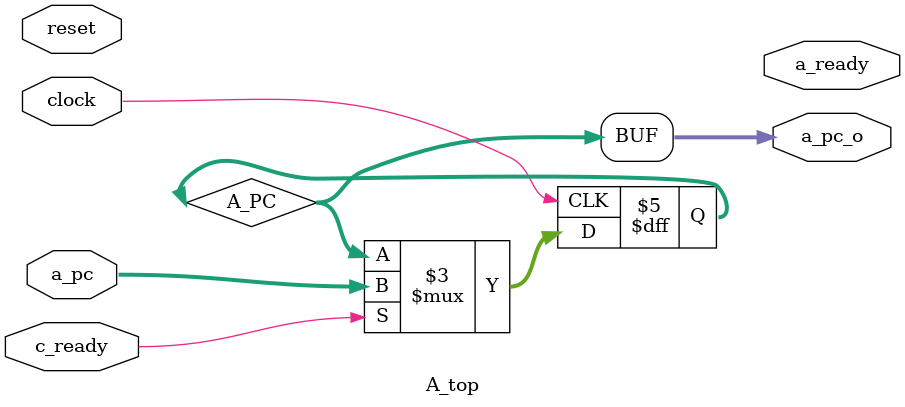
<source format=sv>

module A_top(
  input clock, reset,
  input [31:0] a_pc,
  input c_ready,
  output [31:0] a_pc_o,
  output a_ready
);



//Alu registers
reg[31:0] A_PC;



//Outputs
assign a_pc_o = A_PC;


//Updating decode registers
always @(posedge clock) begin
  if(c_ready)
  begin
    A_PC = a_pc;
  end
end



endmodule

</source>
